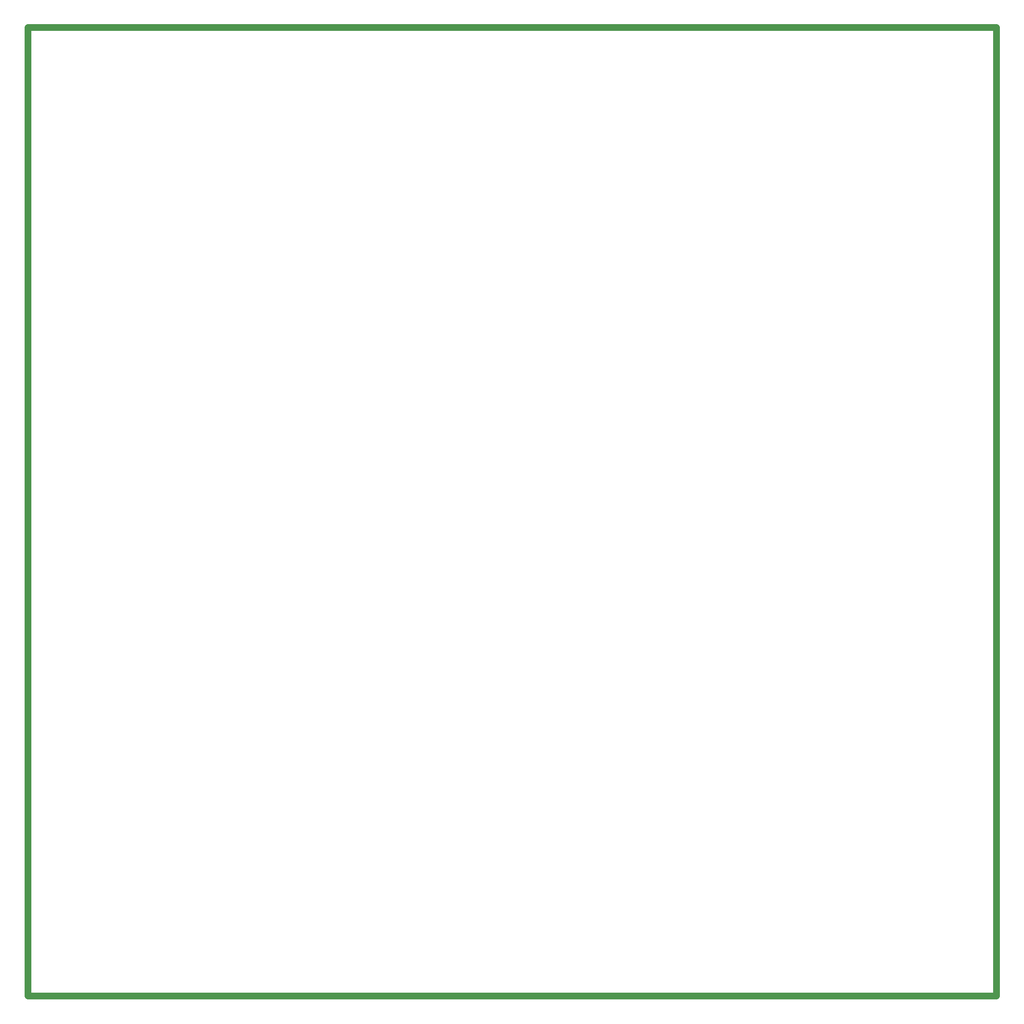
<source format=gko>
G04*
G04 #@! TF.GenerationSoftware,Altium Limited,Altium Designer,21.6.1 (37)*
G04*
G04 Layer_Color=16711935*
%FSLAX25Y25*%
%MOIN*%
G70*
G04*
G04 #@! TF.SameCoordinates,2CCEC8D5-DFE6-49CD-9DF0-9BB73A36F05B*
G04*
G04*
G04 #@! TF.FilePolarity,Positive*
G04*
G01*
G75*
%ADD90C,0.03937*%
%ADD111C,0.04724*%
D90*
X0Y0D02*
X669291D01*
Y669291D01*
X0D02*
X669291D01*
X0Y0D02*
Y669291D01*
D111*
Y0D02*
X669291D01*
Y669291D01*
X0D02*
X669291D01*
X0Y0D02*
Y669291D01*
M02*

</source>
